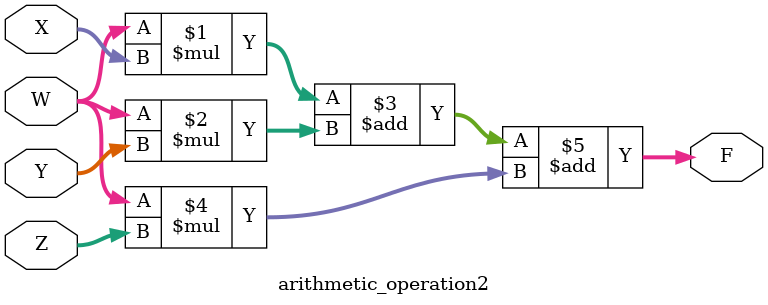
<source format=v>
`timescale 1ns / 1ps


module arithmetic_operation1 #(
    parameter WIDTH = 32
    )(
    input [WIDTH-1:0] W,
    input [WIDTH-1:0] X,
    input [WIDTH-1:0] Y,
    input [WIDTH-1:0] Z,
    output [((WIDTH+2)+(WIDTH)-1):0] F
    );
    assign F = W * (X + Y + Z);    
//    assign F = W*X + W*Y + W*Z;
endmodule

module arithmetic_operation2 #(
    parameter WIDTH = 32
    )(
    input [WIDTH-1:0] W,
    input [WIDTH-1:0] X,
    input [WIDTH-1:0] Y,
    input [WIDTH-1:0] Z,
    output [((WIDTH+2)+(WIDTH)-1):0] F
    );
//    assign F = W * (X + Y + Z);    
    assign F = W*X + W*Y + W*Z;
endmodule
</source>
